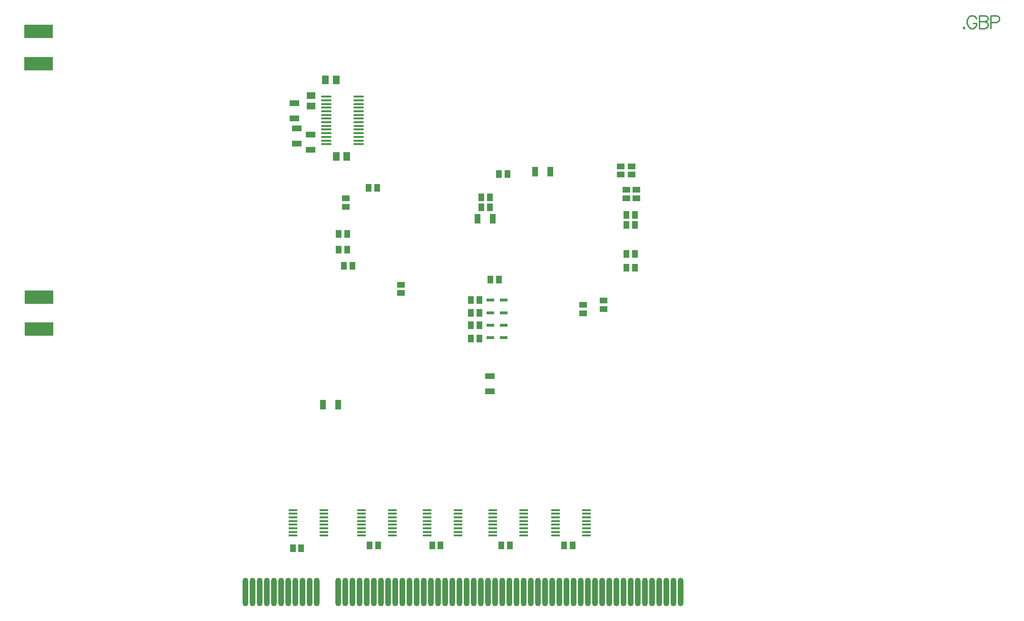
<source format=gbp>
%FSAX25Y25*%
%MOIN*%
G70*
G01*
G75*
G04 Layer_Color=128*
%ADD10R,0.05118X0.05906*%
%ADD11R,0.10000X0.15000*%
%ADD12O,0.10000X0.15000*%
%ADD13R,0.15000X0.10000*%
%ADD14O,0.15000X0.10000*%
%ADD15R,0.20000X0.09500*%
%ADD16R,0.20000X0.04500*%
%ADD17R,0.04331X0.05512*%
%ADD18R,0.05512X0.04331*%
%ADD19R,0.08661X0.07874*%
%ADD20R,0.04331X0.06693*%
%ADD21R,0.01575X0.08465*%
%ADD22R,0.01575X0.08465*%
%ADD23R,0.06693X0.04331*%
%ADD24R,0.07874X0.08661*%
%ADD25R,0.08000X0.07200*%
%ADD26O,0.06500X0.03000*%
%ADD27R,0.06500X0.03000*%
%ADD28O,0.04000X0.20000*%
%ADD29R,0.01181X0.03169*%
%ADD30R,0.03169X0.01181*%
%ADD31R,0.26378X0.26378*%
%ADD32R,0.06496X0.01181*%
%ADD33R,0.41339X0.33071*%
%ADD34R,0.04134X0.12992*%
%ADD35R,0.33071X0.41339*%
%ADD36R,0.12992X0.04134*%
%ADD37R,0.04331X0.02559*%
%ADD38O,0.07480X0.02362*%
%ADD39C,0.01969*%
%ADD40O,0.02362X0.08661*%
%ADD41R,0.10236X0.05906*%
%ADD42R,0.05100X0.03500*%
%ADD43R,0.05100X0.04700*%
%ADD44R,0.04000X0.16000*%
%ADD45R,0.16000X0.04000*%
%ADD46R,0.05906X0.05118*%
%ADD47O,0.03150X0.00984*%
%ADD48O,0.00984X0.03150*%
%ADD49R,0.10236X0.10236*%
%ADD50C,0.00492*%
%ADD51C,0.03150*%
%ADD52C,0.00787*%
%ADD53C,0.01000*%
%ADD54C,0.01969*%
%ADD55C,0.01181*%
%ADD56C,0.01575*%
%ADD57C,0.02362*%
%ADD58C,0.03937*%
%ADD59C,0.00900*%
%ADD60R,0.05906X0.05906*%
%ADD61C,0.05906*%
%ADD62C,0.05000*%
%ADD63C,0.14961*%
%ADD64C,0.06299*%
%ADD65R,0.06299X0.06299*%
%ADD66C,0.02598*%
%ADD67R,0.05709X0.02165*%
%ADD68O,0.07874X0.01378*%
%ADD69C,0.00984*%
%ADD70C,0.00394*%
%ADD71C,0.00600*%
%ADD72C,0.00720*%
%ADD73C,0.00800*%
%ADD74C,0.00300*%
%ADD75R,0.00100X0.00100*%
%ADD76R,3.15000X0.30000*%
%ADD77R,0.05918X0.06706*%
%ADD78R,0.10800X0.15800*%
%ADD79O,0.10800X0.15800*%
%ADD80R,0.15800X0.10800*%
%ADD81O,0.15800X0.10800*%
%ADD82R,0.20800X0.10300*%
%ADD83R,0.20800X0.05300*%
%ADD84R,0.05131X0.06312*%
%ADD85R,0.06312X0.05131*%
%ADD86R,0.09461X0.08674*%
%ADD87R,0.05131X0.07493*%
%ADD88R,0.02375X0.09265*%
%ADD89R,0.02375X0.09265*%
%ADD90R,0.07493X0.05131*%
%ADD91R,0.08674X0.09461*%
%ADD92R,0.08800X0.08000*%
%ADD93O,0.07300X0.03800*%
%ADD94R,0.07300X0.03800*%
%ADD95O,0.04800X0.20800*%
%ADD96R,0.01981X0.03969*%
%ADD97R,0.03969X0.01981*%
%ADD98R,0.27178X0.27178*%
%ADD99R,0.07296X0.01981*%
%ADD100R,0.42139X0.33871*%
%ADD101R,0.04934X0.13792*%
%ADD102R,0.33871X0.42139*%
%ADD103R,0.13792X0.04934*%
%ADD104R,0.05131X0.03359*%
%ADD105O,0.08280X0.03162*%
%ADD106C,0.02769*%
%ADD107O,0.03162X0.09461*%
%ADD108R,0.11036X0.06706*%
%ADD109R,0.05900X0.04300*%
%ADD110R,0.05900X0.05500*%
%ADD111R,0.04800X0.16800*%
%ADD112R,0.16800X0.04800*%
%ADD113R,0.06706X0.05918*%
%ADD114O,0.03950X0.01784*%
%ADD115O,0.01784X0.03950*%
%ADD116R,0.11036X0.11036*%
%ADD117R,0.06706X0.06706*%
%ADD118C,0.06706*%
%ADD119C,0.05800*%
%ADD120C,0.15761*%
%ADD121C,0.07099*%
%ADD122R,0.07099X0.07099*%
%ADD123R,0.06509X0.02965*%
%ADD124O,0.08674X0.02178*%
%ADD125C,0.03398*%
D10*
X0190354Y0357382D02*
D03*
X0197835D02*
D03*
X0205315Y0303839D02*
D03*
X0197835D02*
D03*
D15*
X-0010591Y0391398D02*
D03*
Y0368878D02*
D03*
X-0010197Y0205177D02*
D03*
Y0182658D02*
D03*
D17*
X0306102Y0217618D02*
D03*
X0312008D02*
D03*
X0298228Y0203051D02*
D03*
X0292323D02*
D03*
X0298228Y0193996D02*
D03*
X0292323D02*
D03*
X0298228Y0185335D02*
D03*
X0292323D02*
D03*
X0298228Y0176279D02*
D03*
X0292323D02*
D03*
X0407283Y0225886D02*
D03*
X0401378D02*
D03*
X0407283Y0235335D02*
D03*
X0401378D02*
D03*
X0407283Y0262894D02*
D03*
X0401378D02*
D03*
X0299803Y0268012D02*
D03*
X0305709D02*
D03*
X0209252Y0227067D02*
D03*
X0203346D02*
D03*
X0363583Y0031004D02*
D03*
X0357677D02*
D03*
X0319488D02*
D03*
X0313583D02*
D03*
X0271063D02*
D03*
X0265158D02*
D03*
X0227362D02*
D03*
X0221457D02*
D03*
X0173425Y0029035D02*
D03*
X0167520D02*
D03*
X0226575Y0281791D02*
D03*
X0220669D02*
D03*
X0205709Y0249508D02*
D03*
X0199803D02*
D03*
X0205709Y0238484D02*
D03*
X0199803D02*
D03*
X0299803Y0275098D02*
D03*
X0305709D02*
D03*
X0312008Y0291634D02*
D03*
X0317913D02*
D03*
X0407283Y0255807D02*
D03*
X0401378D02*
D03*
D18*
X0385433Y0196949D02*
D03*
Y0202854D02*
D03*
X0408268Y0280413D02*
D03*
Y0274508D02*
D03*
X0397244Y0296949D02*
D03*
Y0291043D02*
D03*
X0405118Y0296949D02*
D03*
Y0291043D02*
D03*
X0401181Y0274508D02*
D03*
Y0280413D02*
D03*
X0370866Y0199705D02*
D03*
Y0193799D02*
D03*
X0204724Y0274508D02*
D03*
Y0268602D02*
D03*
X0243307Y0213878D02*
D03*
Y0207972D02*
D03*
D20*
X0347835Y0293209D02*
D03*
X0337205D02*
D03*
X0307677Y0260138D02*
D03*
X0297047D02*
D03*
X0199409Y0129823D02*
D03*
X0188779D02*
D03*
D23*
X0168504Y0330413D02*
D03*
Y0341043D02*
D03*
X0170472Y0312697D02*
D03*
Y0323327D02*
D03*
X0305512Y0149705D02*
D03*
Y0139075D02*
D03*
X0179921Y0318996D02*
D03*
Y0308366D02*
D03*
D28*
X0439272Y-0001496D02*
D03*
X0434272D02*
D03*
X0429272D02*
D03*
X0424272D02*
D03*
X0419272D02*
D03*
X0414272D02*
D03*
X0409272D02*
D03*
X0404272D02*
D03*
X0399272D02*
D03*
X0394272D02*
D03*
X0389272D02*
D03*
X0384272D02*
D03*
X0379272D02*
D03*
X0374272D02*
D03*
X0369272D02*
D03*
X0364272D02*
D03*
X0359272D02*
D03*
X0354272D02*
D03*
X0349272D02*
D03*
X0344272D02*
D03*
X0339272D02*
D03*
X0334272D02*
D03*
X0329272D02*
D03*
X0324272D02*
D03*
X0319272D02*
D03*
X0314272D02*
D03*
X0309272D02*
D03*
X0304272D02*
D03*
X0299272D02*
D03*
X0294272D02*
D03*
X0289272D02*
D03*
X0284272D02*
D03*
X0279272D02*
D03*
X0274272D02*
D03*
X0269272D02*
D03*
X0264272D02*
D03*
X0259272D02*
D03*
X0254272D02*
D03*
X0249272D02*
D03*
X0244272D02*
D03*
X0239272D02*
D03*
X0234272D02*
D03*
X0229272D02*
D03*
X0224272D02*
D03*
X0219272D02*
D03*
X0214272D02*
D03*
X0209272D02*
D03*
X0204272D02*
D03*
X0199272D02*
D03*
X0184272D02*
D03*
X0179272D02*
D03*
X0174272D02*
D03*
X0169272D02*
D03*
X0164272D02*
D03*
X0159272D02*
D03*
X0154272D02*
D03*
X0149272D02*
D03*
X0144272D02*
D03*
X0139272D02*
D03*
X0134272D02*
D03*
D32*
X0373398Y0055961D02*
D03*
Y0053401D02*
D03*
Y0050842D02*
D03*
Y0048283D02*
D03*
Y0045724D02*
D03*
Y0043165D02*
D03*
Y0040606D02*
D03*
Y0038047D02*
D03*
X0351547Y0055961D02*
D03*
Y0053401D02*
D03*
Y0050842D02*
D03*
Y0048283D02*
D03*
Y0045724D02*
D03*
Y0043165D02*
D03*
Y0040606D02*
D03*
Y0038047D02*
D03*
X0329398Y0055961D02*
D03*
Y0053401D02*
D03*
Y0050842D02*
D03*
Y0048283D02*
D03*
Y0045724D02*
D03*
Y0043165D02*
D03*
Y0040606D02*
D03*
Y0038047D02*
D03*
X0307547Y0055961D02*
D03*
Y0053401D02*
D03*
Y0050842D02*
D03*
Y0048283D02*
D03*
Y0045724D02*
D03*
Y0043165D02*
D03*
Y0040606D02*
D03*
Y0038047D02*
D03*
X0283398Y0055961D02*
D03*
Y0053401D02*
D03*
Y0050842D02*
D03*
Y0048283D02*
D03*
Y0045724D02*
D03*
Y0043165D02*
D03*
Y0040606D02*
D03*
Y0038047D02*
D03*
X0261547Y0055961D02*
D03*
Y0053401D02*
D03*
Y0050842D02*
D03*
Y0048283D02*
D03*
Y0045724D02*
D03*
Y0043165D02*
D03*
Y0040606D02*
D03*
Y0038047D02*
D03*
X0237398Y0055961D02*
D03*
Y0053401D02*
D03*
Y0050842D02*
D03*
Y0048283D02*
D03*
Y0045724D02*
D03*
Y0043165D02*
D03*
Y0040606D02*
D03*
Y0038047D02*
D03*
X0215547Y0055961D02*
D03*
Y0053401D02*
D03*
Y0050842D02*
D03*
Y0048283D02*
D03*
Y0045724D02*
D03*
Y0043165D02*
D03*
Y0040606D02*
D03*
Y0038047D02*
D03*
X0189398Y0055961D02*
D03*
Y0053401D02*
D03*
Y0050842D02*
D03*
Y0048283D02*
D03*
Y0045724D02*
D03*
Y0043165D02*
D03*
Y0040606D02*
D03*
Y0038047D02*
D03*
X0167547Y0055961D02*
D03*
Y0053401D02*
D03*
Y0050842D02*
D03*
Y0048283D02*
D03*
Y0045724D02*
D03*
Y0043165D02*
D03*
Y0040606D02*
D03*
Y0038047D02*
D03*
D46*
X0180315Y0346555D02*
D03*
Y0339075D02*
D03*
D59*
X0637732Y0394459D02*
X0637303Y0394031D01*
X0637732Y0393602D01*
X0638160Y0394031D01*
X0637732Y0394459D01*
X0646558Y0400458D02*
X0646130Y0401315D01*
X0645273Y0402172D01*
X0644416Y0402600D01*
X0642702D01*
X0641845Y0402172D01*
X0640988Y0401315D01*
X0640560Y0400458D01*
X0640131Y0399173D01*
Y0397030D01*
X0640560Y0395745D01*
X0640988Y0394888D01*
X0641845Y0394031D01*
X0642702Y0393602D01*
X0644416D01*
X0645273Y0394031D01*
X0646130Y0394888D01*
X0646558Y0395745D01*
Y0397030D01*
X0644416D02*
X0646558D01*
X0648615Y0402600D02*
Y0393602D01*
Y0402600D02*
X0652471D01*
X0653757Y0402172D01*
X0654185Y0401744D01*
X0654614Y0400886D01*
Y0400030D01*
X0654185Y0399173D01*
X0653757Y0398744D01*
X0652471Y0398316D01*
X0648615D02*
X0652471D01*
X0653757Y0397887D01*
X0654185Y0397459D01*
X0654614Y0396602D01*
Y0395316D01*
X0654185Y0394459D01*
X0653757Y0394031D01*
X0652471Y0393602D01*
X0648615D01*
X0656628Y0397887D02*
X0660484D01*
X0661769Y0398316D01*
X0662198Y0398744D01*
X0662626Y0399601D01*
Y0400886D01*
X0662198Y0401744D01*
X0661769Y0402172D01*
X0660484Y0402600D01*
X0656628D01*
Y0393602D01*
D67*
X0306004Y0176673D02*
D03*
X0315256D02*
D03*
X0306004Y0185335D02*
D03*
X0315256D02*
D03*
X0306004Y0193996D02*
D03*
X0315256D02*
D03*
X0306004Y0203051D02*
D03*
X0315256D02*
D03*
D68*
X0213779Y0345669D02*
D03*
Y0343110D02*
D03*
Y0340551D02*
D03*
Y0337992D02*
D03*
Y0335433D02*
D03*
Y0332874D02*
D03*
Y0330315D02*
D03*
Y0327756D02*
D03*
Y0325197D02*
D03*
Y0322638D02*
D03*
Y0320079D02*
D03*
Y0317520D02*
D03*
Y0314961D02*
D03*
Y0312402D02*
D03*
X0190945Y0345669D02*
D03*
Y0343110D02*
D03*
Y0340551D02*
D03*
Y0337992D02*
D03*
Y0335433D02*
D03*
Y0332874D02*
D03*
Y0330315D02*
D03*
Y0327756D02*
D03*
Y0325197D02*
D03*
Y0322638D02*
D03*
Y0320079D02*
D03*
Y0317520D02*
D03*
Y0314961D02*
D03*
Y0312402D02*
D03*
M02*

</source>
